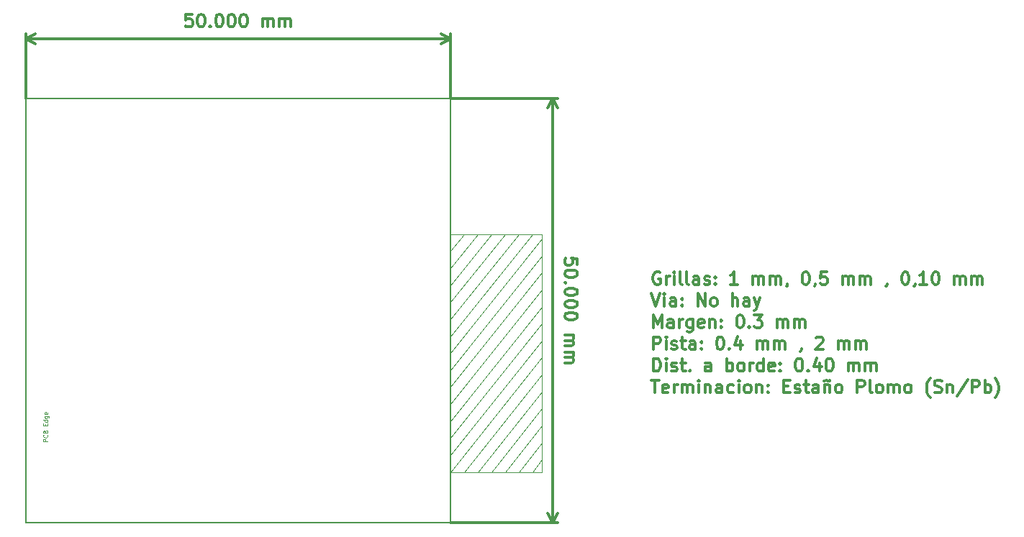
<source format=gbr>
G04 #@! TF.GenerationSoftware,KiCad,Pcbnew,5.0.0-fee4fd1~66~ubuntu18.04.1*
G04 #@! TF.CreationDate,2018-11-12T17:48:12-03:00*
G04 #@! TF.ProjectId,pcbAlarma,706362416C61726D612E6B696361645F,1.1*
G04 #@! TF.SameCoordinates,Original*
G04 #@! TF.FileFunction,Drawing*
%FSLAX46Y46*%
G04 Gerber Fmt 4.6, Leading zero omitted, Abs format (unit mm)*
G04 Created by KiCad (PCBNEW 5.0.0-fee4fd1~66~ubuntu18.04.1) date Mon Nov 12 17:48:12 2018*
%MOMM*%
%LPD*%
G01*
G04 APERTURE LIST*
%ADD10C,0.300000*%
%ADD11C,0.150000*%
%ADD12C,0.100000*%
%ADD13C,0.080000*%
G04 APERTURE END LIST*
D10*
X229121428Y-84171428D02*
X229121428Y-83457142D01*
X228407142Y-83385714D01*
X228478571Y-83457142D01*
X228550000Y-83600000D01*
X228550000Y-83957142D01*
X228478571Y-84100000D01*
X228407142Y-84171428D01*
X228264285Y-84242857D01*
X227907142Y-84242857D01*
X227764285Y-84171428D01*
X227692857Y-84100000D01*
X227621428Y-83957142D01*
X227621428Y-83600000D01*
X227692857Y-83457142D01*
X227764285Y-83385714D01*
X229121428Y-85171428D02*
X229121428Y-85314285D01*
X229050000Y-85457142D01*
X228978571Y-85528571D01*
X228835714Y-85600000D01*
X228550000Y-85671428D01*
X228192857Y-85671428D01*
X227907142Y-85600000D01*
X227764285Y-85528571D01*
X227692857Y-85457142D01*
X227621428Y-85314285D01*
X227621428Y-85171428D01*
X227692857Y-85028571D01*
X227764285Y-84957142D01*
X227907142Y-84885714D01*
X228192857Y-84814285D01*
X228550000Y-84814285D01*
X228835714Y-84885714D01*
X228978571Y-84957142D01*
X229050000Y-85028571D01*
X229121428Y-85171428D01*
X227764285Y-86314285D02*
X227692857Y-86385714D01*
X227621428Y-86314285D01*
X227692857Y-86242857D01*
X227764285Y-86314285D01*
X227621428Y-86314285D01*
X229121428Y-87314285D02*
X229121428Y-87457142D01*
X229050000Y-87600000D01*
X228978571Y-87671428D01*
X228835714Y-87742857D01*
X228550000Y-87814285D01*
X228192857Y-87814285D01*
X227907142Y-87742857D01*
X227764285Y-87671428D01*
X227692857Y-87600000D01*
X227621428Y-87457142D01*
X227621428Y-87314285D01*
X227692857Y-87171428D01*
X227764285Y-87100000D01*
X227907142Y-87028571D01*
X228192857Y-86957142D01*
X228550000Y-86957142D01*
X228835714Y-87028571D01*
X228978571Y-87100000D01*
X229050000Y-87171428D01*
X229121428Y-87314285D01*
X229121428Y-88742857D02*
X229121428Y-88885714D01*
X229050000Y-89028571D01*
X228978571Y-89100000D01*
X228835714Y-89171428D01*
X228550000Y-89242857D01*
X228192857Y-89242857D01*
X227907142Y-89171428D01*
X227764285Y-89100000D01*
X227692857Y-89028571D01*
X227621428Y-88885714D01*
X227621428Y-88742857D01*
X227692857Y-88600000D01*
X227764285Y-88528571D01*
X227907142Y-88457142D01*
X228192857Y-88385714D01*
X228550000Y-88385714D01*
X228835714Y-88457142D01*
X228978571Y-88528571D01*
X229050000Y-88600000D01*
X229121428Y-88742857D01*
X229121428Y-90171428D02*
X229121428Y-90314285D01*
X229050000Y-90457142D01*
X228978571Y-90528571D01*
X228835714Y-90600000D01*
X228550000Y-90671428D01*
X228192857Y-90671428D01*
X227907142Y-90600000D01*
X227764285Y-90528571D01*
X227692857Y-90457142D01*
X227621428Y-90314285D01*
X227621428Y-90171428D01*
X227692857Y-90028571D01*
X227764285Y-89957142D01*
X227907142Y-89885714D01*
X228192857Y-89814285D01*
X228550000Y-89814285D01*
X228835714Y-89885714D01*
X228978571Y-89957142D01*
X229050000Y-90028571D01*
X229121428Y-90171428D01*
X227621428Y-92457142D02*
X228621428Y-92457142D01*
X228478571Y-92457142D02*
X228550000Y-92528571D01*
X228621428Y-92671428D01*
X228621428Y-92885714D01*
X228550000Y-93028571D01*
X228407142Y-93100000D01*
X227621428Y-93100000D01*
X228407142Y-93100000D02*
X228550000Y-93171428D01*
X228621428Y-93314285D01*
X228621428Y-93528571D01*
X228550000Y-93671428D01*
X228407142Y-93742857D01*
X227621428Y-93742857D01*
X227621428Y-94457142D02*
X228621428Y-94457142D01*
X228478571Y-94457142D02*
X228550000Y-94528571D01*
X228621428Y-94671428D01*
X228621428Y-94885714D01*
X228550000Y-95028571D01*
X228407142Y-95100000D01*
X227621428Y-95100000D01*
X228407142Y-95100000D02*
X228550000Y-95171428D01*
X228621428Y-95314285D01*
X228621428Y-95528571D01*
X228550000Y-95671428D01*
X228407142Y-95742857D01*
X227621428Y-95742857D01*
X226200000Y-64600000D02*
X226200000Y-114600000D01*
X214200000Y-64600000D02*
X226786421Y-64600000D01*
X214200000Y-114600000D02*
X226786421Y-114600000D01*
X226200000Y-114600000D02*
X225613579Y-113473496D01*
X226200000Y-114600000D02*
X226786421Y-113473496D01*
X226200000Y-64600000D02*
X225613579Y-65726504D01*
X226200000Y-64600000D02*
X226786421Y-65726504D01*
X183771428Y-54678571D02*
X183057142Y-54678571D01*
X182985714Y-55392857D01*
X183057142Y-55321428D01*
X183200000Y-55250000D01*
X183557142Y-55250000D01*
X183700000Y-55321428D01*
X183771428Y-55392857D01*
X183842857Y-55535714D01*
X183842857Y-55892857D01*
X183771428Y-56035714D01*
X183700000Y-56107142D01*
X183557142Y-56178571D01*
X183200000Y-56178571D01*
X183057142Y-56107142D01*
X182985714Y-56035714D01*
X184771428Y-54678571D02*
X184914285Y-54678571D01*
X185057142Y-54750000D01*
X185128571Y-54821428D01*
X185200000Y-54964285D01*
X185271428Y-55250000D01*
X185271428Y-55607142D01*
X185200000Y-55892857D01*
X185128571Y-56035714D01*
X185057142Y-56107142D01*
X184914285Y-56178571D01*
X184771428Y-56178571D01*
X184628571Y-56107142D01*
X184557142Y-56035714D01*
X184485714Y-55892857D01*
X184414285Y-55607142D01*
X184414285Y-55250000D01*
X184485714Y-54964285D01*
X184557142Y-54821428D01*
X184628571Y-54750000D01*
X184771428Y-54678571D01*
X185914285Y-56035714D02*
X185985714Y-56107142D01*
X185914285Y-56178571D01*
X185842857Y-56107142D01*
X185914285Y-56035714D01*
X185914285Y-56178571D01*
X186914285Y-54678571D02*
X187057142Y-54678571D01*
X187200000Y-54750000D01*
X187271428Y-54821428D01*
X187342857Y-54964285D01*
X187414285Y-55250000D01*
X187414285Y-55607142D01*
X187342857Y-55892857D01*
X187271428Y-56035714D01*
X187200000Y-56107142D01*
X187057142Y-56178571D01*
X186914285Y-56178571D01*
X186771428Y-56107142D01*
X186700000Y-56035714D01*
X186628571Y-55892857D01*
X186557142Y-55607142D01*
X186557142Y-55250000D01*
X186628571Y-54964285D01*
X186700000Y-54821428D01*
X186771428Y-54750000D01*
X186914285Y-54678571D01*
X188342857Y-54678571D02*
X188485714Y-54678571D01*
X188628571Y-54750000D01*
X188700000Y-54821428D01*
X188771428Y-54964285D01*
X188842857Y-55250000D01*
X188842857Y-55607142D01*
X188771428Y-55892857D01*
X188700000Y-56035714D01*
X188628571Y-56107142D01*
X188485714Y-56178571D01*
X188342857Y-56178571D01*
X188200000Y-56107142D01*
X188128571Y-56035714D01*
X188057142Y-55892857D01*
X187985714Y-55607142D01*
X187985714Y-55250000D01*
X188057142Y-54964285D01*
X188128571Y-54821428D01*
X188200000Y-54750000D01*
X188342857Y-54678571D01*
X189771428Y-54678571D02*
X189914285Y-54678571D01*
X190057142Y-54750000D01*
X190128571Y-54821428D01*
X190200000Y-54964285D01*
X190271428Y-55250000D01*
X190271428Y-55607142D01*
X190200000Y-55892857D01*
X190128571Y-56035714D01*
X190057142Y-56107142D01*
X189914285Y-56178571D01*
X189771428Y-56178571D01*
X189628571Y-56107142D01*
X189557142Y-56035714D01*
X189485714Y-55892857D01*
X189414285Y-55607142D01*
X189414285Y-55250000D01*
X189485714Y-54964285D01*
X189557142Y-54821428D01*
X189628571Y-54750000D01*
X189771428Y-54678571D01*
X192057142Y-56178571D02*
X192057142Y-55178571D01*
X192057142Y-55321428D02*
X192128571Y-55250000D01*
X192271428Y-55178571D01*
X192485714Y-55178571D01*
X192628571Y-55250000D01*
X192700000Y-55392857D01*
X192700000Y-56178571D01*
X192700000Y-55392857D02*
X192771428Y-55250000D01*
X192914285Y-55178571D01*
X193128571Y-55178571D01*
X193271428Y-55250000D01*
X193342857Y-55392857D01*
X193342857Y-56178571D01*
X194057142Y-56178571D02*
X194057142Y-55178571D01*
X194057142Y-55321428D02*
X194128571Y-55250000D01*
X194271428Y-55178571D01*
X194485714Y-55178571D01*
X194628571Y-55250000D01*
X194700000Y-55392857D01*
X194700000Y-56178571D01*
X194700000Y-55392857D02*
X194771428Y-55250000D01*
X194914285Y-55178571D01*
X195128571Y-55178571D01*
X195271428Y-55250000D01*
X195342857Y-55392857D01*
X195342857Y-56178571D01*
X164200000Y-57600000D02*
X214200000Y-57600000D01*
X164200000Y-64600000D02*
X164200000Y-57013579D01*
X214200000Y-64600000D02*
X214200000Y-57013579D01*
X214200000Y-57600000D02*
X213073496Y-58186421D01*
X214200000Y-57600000D02*
X213073496Y-57013579D01*
X164200000Y-57600000D02*
X165326504Y-58186421D01*
X164200000Y-57600000D02*
X165326504Y-57013579D01*
D11*
X164200000Y-64600000D02*
X164200000Y-114600000D01*
X214200000Y-64600000D02*
X164200000Y-64600000D01*
X214200000Y-114600000D02*
X214200000Y-64600000D01*
X164200000Y-114600000D02*
X214200000Y-114600000D01*
D10*
X238837857Y-85100000D02*
X238695000Y-85028571D01*
X238480714Y-85028571D01*
X238266428Y-85100000D01*
X238123571Y-85242857D01*
X238052142Y-85385714D01*
X237980714Y-85671428D01*
X237980714Y-85885714D01*
X238052142Y-86171428D01*
X238123571Y-86314285D01*
X238266428Y-86457142D01*
X238480714Y-86528571D01*
X238623571Y-86528571D01*
X238837857Y-86457142D01*
X238909285Y-86385714D01*
X238909285Y-85885714D01*
X238623571Y-85885714D01*
X239552142Y-86528571D02*
X239552142Y-85528571D01*
X239552142Y-85814285D02*
X239623571Y-85671428D01*
X239695000Y-85600000D01*
X239837857Y-85528571D01*
X239980714Y-85528571D01*
X240480714Y-86528571D02*
X240480714Y-85528571D01*
X240480714Y-85028571D02*
X240409285Y-85100000D01*
X240480714Y-85171428D01*
X240552142Y-85100000D01*
X240480714Y-85028571D01*
X240480714Y-85171428D01*
X241409285Y-86528571D02*
X241266428Y-86457142D01*
X241195000Y-86314285D01*
X241195000Y-85028571D01*
X242195000Y-86528571D02*
X242052142Y-86457142D01*
X241980714Y-86314285D01*
X241980714Y-85028571D01*
X243409285Y-86528571D02*
X243409285Y-85742857D01*
X243337857Y-85600000D01*
X243195000Y-85528571D01*
X242909285Y-85528571D01*
X242766428Y-85600000D01*
X243409285Y-86457142D02*
X243266428Y-86528571D01*
X242909285Y-86528571D01*
X242766428Y-86457142D01*
X242695000Y-86314285D01*
X242695000Y-86171428D01*
X242766428Y-86028571D01*
X242909285Y-85957142D01*
X243266428Y-85957142D01*
X243409285Y-85885714D01*
X244052142Y-86457142D02*
X244195000Y-86528571D01*
X244480714Y-86528571D01*
X244623571Y-86457142D01*
X244695000Y-86314285D01*
X244695000Y-86242857D01*
X244623571Y-86100000D01*
X244480714Y-86028571D01*
X244266428Y-86028571D01*
X244123571Y-85957142D01*
X244052142Y-85814285D01*
X244052142Y-85742857D01*
X244123571Y-85600000D01*
X244266428Y-85528571D01*
X244480714Y-85528571D01*
X244623571Y-85600000D01*
X245337857Y-86385714D02*
X245409285Y-86457142D01*
X245337857Y-86528571D01*
X245266428Y-86457142D01*
X245337857Y-86385714D01*
X245337857Y-86528571D01*
X245337857Y-85600000D02*
X245409285Y-85671428D01*
X245337857Y-85742857D01*
X245266428Y-85671428D01*
X245337857Y-85600000D01*
X245337857Y-85742857D01*
X247980714Y-86528571D02*
X247123571Y-86528571D01*
X247552142Y-86528571D02*
X247552142Y-85028571D01*
X247409285Y-85242857D01*
X247266428Y-85385714D01*
X247123571Y-85457142D01*
X249766428Y-86528571D02*
X249766428Y-85528571D01*
X249766428Y-85671428D02*
X249837857Y-85600000D01*
X249980714Y-85528571D01*
X250195000Y-85528571D01*
X250337857Y-85600000D01*
X250409285Y-85742857D01*
X250409285Y-86528571D01*
X250409285Y-85742857D02*
X250480714Y-85600000D01*
X250623571Y-85528571D01*
X250837857Y-85528571D01*
X250980714Y-85600000D01*
X251052142Y-85742857D01*
X251052142Y-86528571D01*
X251766428Y-86528571D02*
X251766428Y-85528571D01*
X251766428Y-85671428D02*
X251837857Y-85600000D01*
X251980714Y-85528571D01*
X252195000Y-85528571D01*
X252337857Y-85600000D01*
X252409285Y-85742857D01*
X252409285Y-86528571D01*
X252409285Y-85742857D02*
X252480714Y-85600000D01*
X252623571Y-85528571D01*
X252837857Y-85528571D01*
X252980714Y-85600000D01*
X253052142Y-85742857D01*
X253052142Y-86528571D01*
X253837857Y-86457142D02*
X253837857Y-86528571D01*
X253766428Y-86671428D01*
X253695000Y-86742857D01*
X255909285Y-85028571D02*
X256052142Y-85028571D01*
X256195000Y-85100000D01*
X256266428Y-85171428D01*
X256337857Y-85314285D01*
X256409285Y-85600000D01*
X256409285Y-85957142D01*
X256337857Y-86242857D01*
X256266428Y-86385714D01*
X256195000Y-86457142D01*
X256052142Y-86528571D01*
X255909285Y-86528571D01*
X255766428Y-86457142D01*
X255695000Y-86385714D01*
X255623571Y-86242857D01*
X255552142Y-85957142D01*
X255552142Y-85600000D01*
X255623571Y-85314285D01*
X255695000Y-85171428D01*
X255766428Y-85100000D01*
X255909285Y-85028571D01*
X257123571Y-86457142D02*
X257123571Y-86528571D01*
X257052142Y-86671428D01*
X256980714Y-86742857D01*
X258480714Y-85028571D02*
X257766428Y-85028571D01*
X257695000Y-85742857D01*
X257766428Y-85671428D01*
X257909285Y-85600000D01*
X258266428Y-85600000D01*
X258409285Y-85671428D01*
X258480714Y-85742857D01*
X258552142Y-85885714D01*
X258552142Y-86242857D01*
X258480714Y-86385714D01*
X258409285Y-86457142D01*
X258266428Y-86528571D01*
X257909285Y-86528571D01*
X257766428Y-86457142D01*
X257695000Y-86385714D01*
X260337857Y-86528571D02*
X260337857Y-85528571D01*
X260337857Y-85671428D02*
X260409285Y-85600000D01*
X260552142Y-85528571D01*
X260766428Y-85528571D01*
X260909285Y-85600000D01*
X260980714Y-85742857D01*
X260980714Y-86528571D01*
X260980714Y-85742857D02*
X261052142Y-85600000D01*
X261195000Y-85528571D01*
X261409285Y-85528571D01*
X261552142Y-85600000D01*
X261623571Y-85742857D01*
X261623571Y-86528571D01*
X262337857Y-86528571D02*
X262337857Y-85528571D01*
X262337857Y-85671428D02*
X262409285Y-85600000D01*
X262552142Y-85528571D01*
X262766428Y-85528571D01*
X262909285Y-85600000D01*
X262980714Y-85742857D01*
X262980714Y-86528571D01*
X262980714Y-85742857D02*
X263052142Y-85600000D01*
X263195000Y-85528571D01*
X263409285Y-85528571D01*
X263552142Y-85600000D01*
X263623571Y-85742857D01*
X263623571Y-86528571D01*
X265552142Y-86457142D02*
X265552142Y-86528571D01*
X265480714Y-86671428D01*
X265409285Y-86742857D01*
X267623571Y-85028571D02*
X267766428Y-85028571D01*
X267909285Y-85100000D01*
X267980714Y-85171428D01*
X268052142Y-85314285D01*
X268123571Y-85600000D01*
X268123571Y-85957142D01*
X268052142Y-86242857D01*
X267980714Y-86385714D01*
X267909285Y-86457142D01*
X267766428Y-86528571D01*
X267623571Y-86528571D01*
X267480714Y-86457142D01*
X267409285Y-86385714D01*
X267337857Y-86242857D01*
X267266428Y-85957142D01*
X267266428Y-85600000D01*
X267337857Y-85314285D01*
X267409285Y-85171428D01*
X267480714Y-85100000D01*
X267623571Y-85028571D01*
X268837857Y-86457142D02*
X268837857Y-86528571D01*
X268766428Y-86671428D01*
X268695000Y-86742857D01*
X270266428Y-86528571D02*
X269409285Y-86528571D01*
X269837857Y-86528571D02*
X269837857Y-85028571D01*
X269695000Y-85242857D01*
X269552142Y-85385714D01*
X269409285Y-85457142D01*
X271195000Y-85028571D02*
X271337857Y-85028571D01*
X271480714Y-85100000D01*
X271552142Y-85171428D01*
X271623571Y-85314285D01*
X271695000Y-85600000D01*
X271695000Y-85957142D01*
X271623571Y-86242857D01*
X271552142Y-86385714D01*
X271480714Y-86457142D01*
X271337857Y-86528571D01*
X271195000Y-86528571D01*
X271052142Y-86457142D01*
X270980714Y-86385714D01*
X270909285Y-86242857D01*
X270837857Y-85957142D01*
X270837857Y-85600000D01*
X270909285Y-85314285D01*
X270980714Y-85171428D01*
X271052142Y-85100000D01*
X271195000Y-85028571D01*
X273480714Y-86528571D02*
X273480714Y-85528571D01*
X273480714Y-85671428D02*
X273552142Y-85600000D01*
X273695000Y-85528571D01*
X273909285Y-85528571D01*
X274052142Y-85600000D01*
X274123571Y-85742857D01*
X274123571Y-86528571D01*
X274123571Y-85742857D02*
X274195000Y-85600000D01*
X274337857Y-85528571D01*
X274552142Y-85528571D01*
X274695000Y-85600000D01*
X274766428Y-85742857D01*
X274766428Y-86528571D01*
X275480714Y-86528571D02*
X275480714Y-85528571D01*
X275480714Y-85671428D02*
X275552142Y-85600000D01*
X275695000Y-85528571D01*
X275909285Y-85528571D01*
X276052142Y-85600000D01*
X276123571Y-85742857D01*
X276123571Y-86528571D01*
X276123571Y-85742857D02*
X276195000Y-85600000D01*
X276337857Y-85528571D01*
X276552142Y-85528571D01*
X276695000Y-85600000D01*
X276766428Y-85742857D01*
X276766428Y-86528571D01*
X237837857Y-87578571D02*
X238337857Y-89078571D01*
X238837857Y-87578571D01*
X239337857Y-89078571D02*
X239337857Y-88078571D01*
X239337857Y-87578571D02*
X239266428Y-87650000D01*
X239337857Y-87721428D01*
X239409285Y-87650000D01*
X239337857Y-87578571D01*
X239337857Y-87721428D01*
X240695000Y-89078571D02*
X240695000Y-88292857D01*
X240623571Y-88150000D01*
X240480714Y-88078571D01*
X240195000Y-88078571D01*
X240052142Y-88150000D01*
X240695000Y-89007142D02*
X240552142Y-89078571D01*
X240195000Y-89078571D01*
X240052142Y-89007142D01*
X239980714Y-88864285D01*
X239980714Y-88721428D01*
X240052142Y-88578571D01*
X240195000Y-88507142D01*
X240552142Y-88507142D01*
X240695000Y-88435714D01*
X241409285Y-88935714D02*
X241480714Y-89007142D01*
X241409285Y-89078571D01*
X241337857Y-89007142D01*
X241409285Y-88935714D01*
X241409285Y-89078571D01*
X241409285Y-88150000D02*
X241480714Y-88221428D01*
X241409285Y-88292857D01*
X241337857Y-88221428D01*
X241409285Y-88150000D01*
X241409285Y-88292857D01*
X243266428Y-89078571D02*
X243266428Y-87578571D01*
X244123571Y-89078571D01*
X244123571Y-87578571D01*
X245052142Y-89078571D02*
X244909285Y-89007142D01*
X244837857Y-88935714D01*
X244766428Y-88792857D01*
X244766428Y-88364285D01*
X244837857Y-88221428D01*
X244909285Y-88150000D01*
X245052142Y-88078571D01*
X245266428Y-88078571D01*
X245409285Y-88150000D01*
X245480714Y-88221428D01*
X245552142Y-88364285D01*
X245552142Y-88792857D01*
X245480714Y-88935714D01*
X245409285Y-89007142D01*
X245266428Y-89078571D01*
X245052142Y-89078571D01*
X247337857Y-89078571D02*
X247337857Y-87578571D01*
X247980714Y-89078571D02*
X247980714Y-88292857D01*
X247909285Y-88150000D01*
X247766428Y-88078571D01*
X247552142Y-88078571D01*
X247409285Y-88150000D01*
X247337857Y-88221428D01*
X249337857Y-89078571D02*
X249337857Y-88292857D01*
X249266428Y-88150000D01*
X249123571Y-88078571D01*
X248837857Y-88078571D01*
X248695000Y-88150000D01*
X249337857Y-89007142D02*
X249195000Y-89078571D01*
X248837857Y-89078571D01*
X248695000Y-89007142D01*
X248623571Y-88864285D01*
X248623571Y-88721428D01*
X248695000Y-88578571D01*
X248837857Y-88507142D01*
X249195000Y-88507142D01*
X249337857Y-88435714D01*
X249909285Y-88078571D02*
X250266428Y-89078571D01*
X250623571Y-88078571D02*
X250266428Y-89078571D01*
X250123571Y-89435714D01*
X250052142Y-89507142D01*
X249909285Y-89578571D01*
X238052142Y-91628571D02*
X238052142Y-90128571D01*
X238552142Y-91200000D01*
X239052142Y-90128571D01*
X239052142Y-91628571D01*
X240409285Y-91628571D02*
X240409285Y-90842857D01*
X240337857Y-90700000D01*
X240195000Y-90628571D01*
X239909285Y-90628571D01*
X239766428Y-90700000D01*
X240409285Y-91557142D02*
X240266428Y-91628571D01*
X239909285Y-91628571D01*
X239766428Y-91557142D01*
X239695000Y-91414285D01*
X239695000Y-91271428D01*
X239766428Y-91128571D01*
X239909285Y-91057142D01*
X240266428Y-91057142D01*
X240409285Y-90985714D01*
X241123571Y-91628571D02*
X241123571Y-90628571D01*
X241123571Y-90914285D02*
X241195000Y-90771428D01*
X241266428Y-90700000D01*
X241409285Y-90628571D01*
X241552142Y-90628571D01*
X242695000Y-90628571D02*
X242695000Y-91842857D01*
X242623571Y-91985714D01*
X242552142Y-92057142D01*
X242409285Y-92128571D01*
X242195000Y-92128571D01*
X242052142Y-92057142D01*
X242695000Y-91557142D02*
X242552142Y-91628571D01*
X242266428Y-91628571D01*
X242123571Y-91557142D01*
X242052142Y-91485714D01*
X241980714Y-91342857D01*
X241980714Y-90914285D01*
X242052142Y-90771428D01*
X242123571Y-90700000D01*
X242266428Y-90628571D01*
X242552142Y-90628571D01*
X242695000Y-90700000D01*
X243980714Y-91557142D02*
X243837857Y-91628571D01*
X243552142Y-91628571D01*
X243409285Y-91557142D01*
X243337857Y-91414285D01*
X243337857Y-90842857D01*
X243409285Y-90700000D01*
X243552142Y-90628571D01*
X243837857Y-90628571D01*
X243980714Y-90700000D01*
X244052142Y-90842857D01*
X244052142Y-90985714D01*
X243337857Y-91128571D01*
X244695000Y-90628571D02*
X244695000Y-91628571D01*
X244695000Y-90771428D02*
X244766428Y-90700000D01*
X244909285Y-90628571D01*
X245123571Y-90628571D01*
X245266428Y-90700000D01*
X245337857Y-90842857D01*
X245337857Y-91628571D01*
X246052142Y-91485714D02*
X246123571Y-91557142D01*
X246052142Y-91628571D01*
X245980714Y-91557142D01*
X246052142Y-91485714D01*
X246052142Y-91628571D01*
X246052142Y-90700000D02*
X246123571Y-90771428D01*
X246052142Y-90842857D01*
X245980714Y-90771428D01*
X246052142Y-90700000D01*
X246052142Y-90842857D01*
X248195000Y-90128571D02*
X248337857Y-90128571D01*
X248480714Y-90200000D01*
X248552142Y-90271428D01*
X248623571Y-90414285D01*
X248695000Y-90700000D01*
X248695000Y-91057142D01*
X248623571Y-91342857D01*
X248552142Y-91485714D01*
X248480714Y-91557142D01*
X248337857Y-91628571D01*
X248195000Y-91628571D01*
X248052142Y-91557142D01*
X247980714Y-91485714D01*
X247909285Y-91342857D01*
X247837857Y-91057142D01*
X247837857Y-90700000D01*
X247909285Y-90414285D01*
X247980714Y-90271428D01*
X248052142Y-90200000D01*
X248195000Y-90128571D01*
X249337857Y-91485714D02*
X249409285Y-91557142D01*
X249337857Y-91628571D01*
X249266428Y-91557142D01*
X249337857Y-91485714D01*
X249337857Y-91628571D01*
X249909285Y-90128571D02*
X250837857Y-90128571D01*
X250337857Y-90700000D01*
X250552142Y-90700000D01*
X250695000Y-90771428D01*
X250766428Y-90842857D01*
X250837857Y-90985714D01*
X250837857Y-91342857D01*
X250766428Y-91485714D01*
X250695000Y-91557142D01*
X250552142Y-91628571D01*
X250123571Y-91628571D01*
X249980714Y-91557142D01*
X249909285Y-91485714D01*
X252623571Y-91628571D02*
X252623571Y-90628571D01*
X252623571Y-90771428D02*
X252695000Y-90700000D01*
X252837857Y-90628571D01*
X253052142Y-90628571D01*
X253195000Y-90700000D01*
X253266428Y-90842857D01*
X253266428Y-91628571D01*
X253266428Y-90842857D02*
X253337857Y-90700000D01*
X253480714Y-90628571D01*
X253695000Y-90628571D01*
X253837857Y-90700000D01*
X253909285Y-90842857D01*
X253909285Y-91628571D01*
X254623571Y-91628571D02*
X254623571Y-90628571D01*
X254623571Y-90771428D02*
X254695000Y-90700000D01*
X254837857Y-90628571D01*
X255052142Y-90628571D01*
X255195000Y-90700000D01*
X255266428Y-90842857D01*
X255266428Y-91628571D01*
X255266428Y-90842857D02*
X255337857Y-90700000D01*
X255480714Y-90628571D01*
X255695000Y-90628571D01*
X255837857Y-90700000D01*
X255909285Y-90842857D01*
X255909285Y-91628571D01*
X238052142Y-94178571D02*
X238052142Y-92678571D01*
X238623571Y-92678571D01*
X238766428Y-92750000D01*
X238837857Y-92821428D01*
X238909285Y-92964285D01*
X238909285Y-93178571D01*
X238837857Y-93321428D01*
X238766428Y-93392857D01*
X238623571Y-93464285D01*
X238052142Y-93464285D01*
X239552142Y-94178571D02*
X239552142Y-93178571D01*
X239552142Y-92678571D02*
X239480714Y-92750000D01*
X239552142Y-92821428D01*
X239623571Y-92750000D01*
X239552142Y-92678571D01*
X239552142Y-92821428D01*
X240195000Y-94107142D02*
X240337857Y-94178571D01*
X240623571Y-94178571D01*
X240766428Y-94107142D01*
X240837857Y-93964285D01*
X240837857Y-93892857D01*
X240766428Y-93750000D01*
X240623571Y-93678571D01*
X240409285Y-93678571D01*
X240266428Y-93607142D01*
X240195000Y-93464285D01*
X240195000Y-93392857D01*
X240266428Y-93250000D01*
X240409285Y-93178571D01*
X240623571Y-93178571D01*
X240766428Y-93250000D01*
X241266428Y-93178571D02*
X241837857Y-93178571D01*
X241480714Y-92678571D02*
X241480714Y-93964285D01*
X241552142Y-94107142D01*
X241695000Y-94178571D01*
X241837857Y-94178571D01*
X242980714Y-94178571D02*
X242980714Y-93392857D01*
X242909285Y-93250000D01*
X242766428Y-93178571D01*
X242480714Y-93178571D01*
X242337857Y-93250000D01*
X242980714Y-94107142D02*
X242837857Y-94178571D01*
X242480714Y-94178571D01*
X242337857Y-94107142D01*
X242266428Y-93964285D01*
X242266428Y-93821428D01*
X242337857Y-93678571D01*
X242480714Y-93607142D01*
X242837857Y-93607142D01*
X242980714Y-93535714D01*
X243695000Y-94035714D02*
X243766428Y-94107142D01*
X243695000Y-94178571D01*
X243623571Y-94107142D01*
X243695000Y-94035714D01*
X243695000Y-94178571D01*
X243695000Y-93250000D02*
X243766428Y-93321428D01*
X243695000Y-93392857D01*
X243623571Y-93321428D01*
X243695000Y-93250000D01*
X243695000Y-93392857D01*
X245837857Y-92678571D02*
X245980714Y-92678571D01*
X246123571Y-92750000D01*
X246195000Y-92821428D01*
X246266428Y-92964285D01*
X246337857Y-93250000D01*
X246337857Y-93607142D01*
X246266428Y-93892857D01*
X246195000Y-94035714D01*
X246123571Y-94107142D01*
X245980714Y-94178571D01*
X245837857Y-94178571D01*
X245695000Y-94107142D01*
X245623571Y-94035714D01*
X245552142Y-93892857D01*
X245480714Y-93607142D01*
X245480714Y-93250000D01*
X245552142Y-92964285D01*
X245623571Y-92821428D01*
X245695000Y-92750000D01*
X245837857Y-92678571D01*
X246980714Y-94035714D02*
X247052142Y-94107142D01*
X246980714Y-94178571D01*
X246909285Y-94107142D01*
X246980714Y-94035714D01*
X246980714Y-94178571D01*
X248337857Y-93178571D02*
X248337857Y-94178571D01*
X247980714Y-92607142D02*
X247623571Y-93678571D01*
X248552142Y-93678571D01*
X250266428Y-94178571D02*
X250266428Y-93178571D01*
X250266428Y-93321428D02*
X250337857Y-93250000D01*
X250480714Y-93178571D01*
X250695000Y-93178571D01*
X250837857Y-93250000D01*
X250909285Y-93392857D01*
X250909285Y-94178571D01*
X250909285Y-93392857D02*
X250980714Y-93250000D01*
X251123571Y-93178571D01*
X251337857Y-93178571D01*
X251480714Y-93250000D01*
X251552142Y-93392857D01*
X251552142Y-94178571D01*
X252266428Y-94178571D02*
X252266428Y-93178571D01*
X252266428Y-93321428D02*
X252337857Y-93250000D01*
X252480714Y-93178571D01*
X252695000Y-93178571D01*
X252837857Y-93250000D01*
X252909285Y-93392857D01*
X252909285Y-94178571D01*
X252909285Y-93392857D02*
X252980714Y-93250000D01*
X253123571Y-93178571D01*
X253337857Y-93178571D01*
X253480714Y-93250000D01*
X253552142Y-93392857D01*
X253552142Y-94178571D01*
X255480714Y-94107142D02*
X255480714Y-94178571D01*
X255409285Y-94321428D01*
X255337857Y-94392857D01*
X257195000Y-92821428D02*
X257266428Y-92750000D01*
X257409285Y-92678571D01*
X257766428Y-92678571D01*
X257909285Y-92750000D01*
X257980714Y-92821428D01*
X258052142Y-92964285D01*
X258052142Y-93107142D01*
X257980714Y-93321428D01*
X257123571Y-94178571D01*
X258052142Y-94178571D01*
X259837857Y-94178571D02*
X259837857Y-93178571D01*
X259837857Y-93321428D02*
X259909285Y-93250000D01*
X260052142Y-93178571D01*
X260266428Y-93178571D01*
X260409285Y-93250000D01*
X260480714Y-93392857D01*
X260480714Y-94178571D01*
X260480714Y-93392857D02*
X260552142Y-93250000D01*
X260695000Y-93178571D01*
X260909285Y-93178571D01*
X261052142Y-93250000D01*
X261123571Y-93392857D01*
X261123571Y-94178571D01*
X261837857Y-94178571D02*
X261837857Y-93178571D01*
X261837857Y-93321428D02*
X261909285Y-93250000D01*
X262052142Y-93178571D01*
X262266428Y-93178571D01*
X262409285Y-93250000D01*
X262480714Y-93392857D01*
X262480714Y-94178571D01*
X262480714Y-93392857D02*
X262552142Y-93250000D01*
X262695000Y-93178571D01*
X262909285Y-93178571D01*
X263052142Y-93250000D01*
X263123571Y-93392857D01*
X263123571Y-94178571D01*
X238052142Y-96728571D02*
X238052142Y-95228571D01*
X238409285Y-95228571D01*
X238623571Y-95300000D01*
X238766428Y-95442857D01*
X238837857Y-95585714D01*
X238909285Y-95871428D01*
X238909285Y-96085714D01*
X238837857Y-96371428D01*
X238766428Y-96514285D01*
X238623571Y-96657142D01*
X238409285Y-96728571D01*
X238052142Y-96728571D01*
X239552142Y-96728571D02*
X239552142Y-95728571D01*
X239552142Y-95228571D02*
X239480714Y-95300000D01*
X239552142Y-95371428D01*
X239623571Y-95300000D01*
X239552142Y-95228571D01*
X239552142Y-95371428D01*
X240195000Y-96657142D02*
X240337857Y-96728571D01*
X240623571Y-96728571D01*
X240766428Y-96657142D01*
X240837857Y-96514285D01*
X240837857Y-96442857D01*
X240766428Y-96300000D01*
X240623571Y-96228571D01*
X240409285Y-96228571D01*
X240266428Y-96157142D01*
X240195000Y-96014285D01*
X240195000Y-95942857D01*
X240266428Y-95800000D01*
X240409285Y-95728571D01*
X240623571Y-95728571D01*
X240766428Y-95800000D01*
X241266428Y-95728571D02*
X241837857Y-95728571D01*
X241480714Y-95228571D02*
X241480714Y-96514285D01*
X241552142Y-96657142D01*
X241695000Y-96728571D01*
X241837857Y-96728571D01*
X242337857Y-96585714D02*
X242409285Y-96657142D01*
X242337857Y-96728571D01*
X242266428Y-96657142D01*
X242337857Y-96585714D01*
X242337857Y-96728571D01*
X244837857Y-96728571D02*
X244837857Y-95942857D01*
X244766428Y-95800000D01*
X244623571Y-95728571D01*
X244337857Y-95728571D01*
X244195000Y-95800000D01*
X244837857Y-96657142D02*
X244695000Y-96728571D01*
X244337857Y-96728571D01*
X244195000Y-96657142D01*
X244123571Y-96514285D01*
X244123571Y-96371428D01*
X244195000Y-96228571D01*
X244337857Y-96157142D01*
X244695000Y-96157142D01*
X244837857Y-96085714D01*
X246695000Y-96728571D02*
X246695000Y-95228571D01*
X246695000Y-95800000D02*
X246837857Y-95728571D01*
X247123571Y-95728571D01*
X247266428Y-95800000D01*
X247337857Y-95871428D01*
X247409285Y-96014285D01*
X247409285Y-96442857D01*
X247337857Y-96585714D01*
X247266428Y-96657142D01*
X247123571Y-96728571D01*
X246837857Y-96728571D01*
X246695000Y-96657142D01*
X248266428Y-96728571D02*
X248123571Y-96657142D01*
X248052142Y-96585714D01*
X247980714Y-96442857D01*
X247980714Y-96014285D01*
X248052142Y-95871428D01*
X248123571Y-95800000D01*
X248266428Y-95728571D01*
X248480714Y-95728571D01*
X248623571Y-95800000D01*
X248695000Y-95871428D01*
X248766428Y-96014285D01*
X248766428Y-96442857D01*
X248695000Y-96585714D01*
X248623571Y-96657142D01*
X248480714Y-96728571D01*
X248266428Y-96728571D01*
X249409285Y-96728571D02*
X249409285Y-95728571D01*
X249409285Y-96014285D02*
X249480714Y-95871428D01*
X249552142Y-95800000D01*
X249695000Y-95728571D01*
X249837857Y-95728571D01*
X250980714Y-96728571D02*
X250980714Y-95228571D01*
X250980714Y-96657142D02*
X250837857Y-96728571D01*
X250552142Y-96728571D01*
X250409285Y-96657142D01*
X250337857Y-96585714D01*
X250266428Y-96442857D01*
X250266428Y-96014285D01*
X250337857Y-95871428D01*
X250409285Y-95800000D01*
X250552142Y-95728571D01*
X250837857Y-95728571D01*
X250980714Y-95800000D01*
X252266428Y-96657142D02*
X252123571Y-96728571D01*
X251837857Y-96728571D01*
X251695000Y-96657142D01*
X251623571Y-96514285D01*
X251623571Y-95942857D01*
X251695000Y-95800000D01*
X251837857Y-95728571D01*
X252123571Y-95728571D01*
X252266428Y-95800000D01*
X252337857Y-95942857D01*
X252337857Y-96085714D01*
X251623571Y-96228571D01*
X252980714Y-96585714D02*
X253052142Y-96657142D01*
X252980714Y-96728571D01*
X252909285Y-96657142D01*
X252980714Y-96585714D01*
X252980714Y-96728571D01*
X252980714Y-95800000D02*
X253052142Y-95871428D01*
X252980714Y-95942857D01*
X252909285Y-95871428D01*
X252980714Y-95800000D01*
X252980714Y-95942857D01*
X255123571Y-95228571D02*
X255266428Y-95228571D01*
X255409285Y-95300000D01*
X255480714Y-95371428D01*
X255552142Y-95514285D01*
X255623571Y-95800000D01*
X255623571Y-96157142D01*
X255552142Y-96442857D01*
X255480714Y-96585714D01*
X255409285Y-96657142D01*
X255266428Y-96728571D01*
X255123571Y-96728571D01*
X254980714Y-96657142D01*
X254909285Y-96585714D01*
X254837857Y-96442857D01*
X254766428Y-96157142D01*
X254766428Y-95800000D01*
X254837857Y-95514285D01*
X254909285Y-95371428D01*
X254980714Y-95300000D01*
X255123571Y-95228571D01*
X256266428Y-96585714D02*
X256337857Y-96657142D01*
X256266428Y-96728571D01*
X256195000Y-96657142D01*
X256266428Y-96585714D01*
X256266428Y-96728571D01*
X257623571Y-95728571D02*
X257623571Y-96728571D01*
X257266428Y-95157142D02*
X256909285Y-96228571D01*
X257837857Y-96228571D01*
X258695000Y-95228571D02*
X258837857Y-95228571D01*
X258980714Y-95300000D01*
X259052142Y-95371428D01*
X259123571Y-95514285D01*
X259195000Y-95800000D01*
X259195000Y-96157142D01*
X259123571Y-96442857D01*
X259052142Y-96585714D01*
X258980714Y-96657142D01*
X258837857Y-96728571D01*
X258695000Y-96728571D01*
X258552142Y-96657142D01*
X258480714Y-96585714D01*
X258409285Y-96442857D01*
X258337857Y-96157142D01*
X258337857Y-95800000D01*
X258409285Y-95514285D01*
X258480714Y-95371428D01*
X258552142Y-95300000D01*
X258695000Y-95228571D01*
X260980714Y-96728571D02*
X260980714Y-95728571D01*
X260980714Y-95871428D02*
X261052142Y-95800000D01*
X261195000Y-95728571D01*
X261409285Y-95728571D01*
X261552142Y-95800000D01*
X261623571Y-95942857D01*
X261623571Y-96728571D01*
X261623571Y-95942857D02*
X261695000Y-95800000D01*
X261837857Y-95728571D01*
X262052142Y-95728571D01*
X262195000Y-95800000D01*
X262266428Y-95942857D01*
X262266428Y-96728571D01*
X262980714Y-96728571D02*
X262980714Y-95728571D01*
X262980714Y-95871428D02*
X263052142Y-95800000D01*
X263195000Y-95728571D01*
X263409285Y-95728571D01*
X263552142Y-95800000D01*
X263623571Y-95942857D01*
X263623571Y-96728571D01*
X263623571Y-95942857D02*
X263695000Y-95800000D01*
X263837857Y-95728571D01*
X264052142Y-95728571D01*
X264195000Y-95800000D01*
X264266428Y-95942857D01*
X264266428Y-96728571D01*
X237837857Y-97778571D02*
X238695000Y-97778571D01*
X238266428Y-99278571D02*
X238266428Y-97778571D01*
X239766428Y-99207142D02*
X239623571Y-99278571D01*
X239337857Y-99278571D01*
X239195000Y-99207142D01*
X239123571Y-99064285D01*
X239123571Y-98492857D01*
X239195000Y-98350000D01*
X239337857Y-98278571D01*
X239623571Y-98278571D01*
X239766428Y-98350000D01*
X239837857Y-98492857D01*
X239837857Y-98635714D01*
X239123571Y-98778571D01*
X240480714Y-99278571D02*
X240480714Y-98278571D01*
X240480714Y-98564285D02*
X240552142Y-98421428D01*
X240623571Y-98350000D01*
X240766428Y-98278571D01*
X240909285Y-98278571D01*
X241409285Y-99278571D02*
X241409285Y-98278571D01*
X241409285Y-98421428D02*
X241480714Y-98350000D01*
X241623571Y-98278571D01*
X241837857Y-98278571D01*
X241980714Y-98350000D01*
X242052142Y-98492857D01*
X242052142Y-99278571D01*
X242052142Y-98492857D02*
X242123571Y-98350000D01*
X242266428Y-98278571D01*
X242480714Y-98278571D01*
X242623571Y-98350000D01*
X242695000Y-98492857D01*
X242695000Y-99278571D01*
X243409285Y-99278571D02*
X243409285Y-98278571D01*
X243409285Y-97778571D02*
X243337857Y-97850000D01*
X243409285Y-97921428D01*
X243480714Y-97850000D01*
X243409285Y-97778571D01*
X243409285Y-97921428D01*
X244123571Y-98278571D02*
X244123571Y-99278571D01*
X244123571Y-98421428D02*
X244195000Y-98350000D01*
X244337857Y-98278571D01*
X244552142Y-98278571D01*
X244695000Y-98350000D01*
X244766428Y-98492857D01*
X244766428Y-99278571D01*
X246123571Y-99278571D02*
X246123571Y-98492857D01*
X246052142Y-98350000D01*
X245909285Y-98278571D01*
X245623571Y-98278571D01*
X245480714Y-98350000D01*
X246123571Y-99207142D02*
X245980714Y-99278571D01*
X245623571Y-99278571D01*
X245480714Y-99207142D01*
X245409285Y-99064285D01*
X245409285Y-98921428D01*
X245480714Y-98778571D01*
X245623571Y-98707142D01*
X245980714Y-98707142D01*
X246123571Y-98635714D01*
X247480714Y-99207142D02*
X247337857Y-99278571D01*
X247052142Y-99278571D01*
X246909285Y-99207142D01*
X246837857Y-99135714D01*
X246766428Y-98992857D01*
X246766428Y-98564285D01*
X246837857Y-98421428D01*
X246909285Y-98350000D01*
X247052142Y-98278571D01*
X247337857Y-98278571D01*
X247480714Y-98350000D01*
X248123571Y-99278571D02*
X248123571Y-98278571D01*
X248123571Y-97778571D02*
X248052142Y-97850000D01*
X248123571Y-97921428D01*
X248195000Y-97850000D01*
X248123571Y-97778571D01*
X248123571Y-97921428D01*
X249052142Y-99278571D02*
X248909285Y-99207142D01*
X248837857Y-99135714D01*
X248766428Y-98992857D01*
X248766428Y-98564285D01*
X248837857Y-98421428D01*
X248909285Y-98350000D01*
X249052142Y-98278571D01*
X249266428Y-98278571D01*
X249409285Y-98350000D01*
X249480714Y-98421428D01*
X249552142Y-98564285D01*
X249552142Y-98992857D01*
X249480714Y-99135714D01*
X249409285Y-99207142D01*
X249266428Y-99278571D01*
X249052142Y-99278571D01*
X250195000Y-98278571D02*
X250195000Y-99278571D01*
X250195000Y-98421428D02*
X250266428Y-98350000D01*
X250409285Y-98278571D01*
X250623571Y-98278571D01*
X250766428Y-98350000D01*
X250837857Y-98492857D01*
X250837857Y-99278571D01*
X251552142Y-99135714D02*
X251623571Y-99207142D01*
X251552142Y-99278571D01*
X251480714Y-99207142D01*
X251552142Y-99135714D01*
X251552142Y-99278571D01*
X251552142Y-98350000D02*
X251623571Y-98421428D01*
X251552142Y-98492857D01*
X251480714Y-98421428D01*
X251552142Y-98350000D01*
X251552142Y-98492857D01*
X253409285Y-98492857D02*
X253909285Y-98492857D01*
X254123571Y-99278571D02*
X253409285Y-99278571D01*
X253409285Y-97778571D01*
X254123571Y-97778571D01*
X254695000Y-99207142D02*
X254837857Y-99278571D01*
X255123571Y-99278571D01*
X255266428Y-99207142D01*
X255337857Y-99064285D01*
X255337857Y-98992857D01*
X255266428Y-98850000D01*
X255123571Y-98778571D01*
X254909285Y-98778571D01*
X254766428Y-98707142D01*
X254695000Y-98564285D01*
X254695000Y-98492857D01*
X254766428Y-98350000D01*
X254909285Y-98278571D01*
X255123571Y-98278571D01*
X255266428Y-98350000D01*
X255766428Y-98278571D02*
X256337857Y-98278571D01*
X255980714Y-97778571D02*
X255980714Y-99064285D01*
X256052142Y-99207142D01*
X256195000Y-99278571D01*
X256337857Y-99278571D01*
X257480714Y-99278571D02*
X257480714Y-98492857D01*
X257409285Y-98350000D01*
X257266428Y-98278571D01*
X256980714Y-98278571D01*
X256837857Y-98350000D01*
X257480714Y-99207142D02*
X257337857Y-99278571D01*
X256980714Y-99278571D01*
X256837857Y-99207142D01*
X256766428Y-99064285D01*
X256766428Y-98921428D01*
X256837857Y-98778571D01*
X256980714Y-98707142D01*
X257337857Y-98707142D01*
X257480714Y-98635714D01*
X258195000Y-98278571D02*
X258195000Y-99278571D01*
X258195000Y-98421428D02*
X258266428Y-98350000D01*
X258409285Y-98278571D01*
X258623571Y-98278571D01*
X258766428Y-98350000D01*
X258837857Y-98492857D01*
X258837857Y-99278571D01*
X258123571Y-97921428D02*
X258195000Y-97850000D01*
X258337857Y-97778571D01*
X258623571Y-97921428D01*
X258766428Y-97850000D01*
X258837857Y-97778571D01*
X259766428Y-99278571D02*
X259623571Y-99207142D01*
X259552142Y-99135714D01*
X259480714Y-98992857D01*
X259480714Y-98564285D01*
X259552142Y-98421428D01*
X259623571Y-98350000D01*
X259766428Y-98278571D01*
X259980714Y-98278571D01*
X260123571Y-98350000D01*
X260195000Y-98421428D01*
X260266428Y-98564285D01*
X260266428Y-98992857D01*
X260195000Y-99135714D01*
X260123571Y-99207142D01*
X259980714Y-99278571D01*
X259766428Y-99278571D01*
X262052142Y-99278571D02*
X262052142Y-97778571D01*
X262623571Y-97778571D01*
X262766428Y-97850000D01*
X262837857Y-97921428D01*
X262909285Y-98064285D01*
X262909285Y-98278571D01*
X262837857Y-98421428D01*
X262766428Y-98492857D01*
X262623571Y-98564285D01*
X262052142Y-98564285D01*
X263766428Y-99278571D02*
X263623571Y-99207142D01*
X263552142Y-99064285D01*
X263552142Y-97778571D01*
X264552142Y-99278571D02*
X264409285Y-99207142D01*
X264337857Y-99135714D01*
X264266428Y-98992857D01*
X264266428Y-98564285D01*
X264337857Y-98421428D01*
X264409285Y-98350000D01*
X264552142Y-98278571D01*
X264766428Y-98278571D01*
X264909285Y-98350000D01*
X264980714Y-98421428D01*
X265052142Y-98564285D01*
X265052142Y-98992857D01*
X264980714Y-99135714D01*
X264909285Y-99207142D01*
X264766428Y-99278571D01*
X264552142Y-99278571D01*
X265695000Y-99278571D02*
X265695000Y-98278571D01*
X265695000Y-98421428D02*
X265766428Y-98350000D01*
X265909285Y-98278571D01*
X266123571Y-98278571D01*
X266266428Y-98350000D01*
X266337857Y-98492857D01*
X266337857Y-99278571D01*
X266337857Y-98492857D02*
X266409285Y-98350000D01*
X266552142Y-98278571D01*
X266766428Y-98278571D01*
X266909285Y-98350000D01*
X266980714Y-98492857D01*
X266980714Y-99278571D01*
X267909285Y-99278571D02*
X267766428Y-99207142D01*
X267695000Y-99135714D01*
X267623571Y-98992857D01*
X267623571Y-98564285D01*
X267695000Y-98421428D01*
X267766428Y-98350000D01*
X267909285Y-98278571D01*
X268123571Y-98278571D01*
X268266428Y-98350000D01*
X268337857Y-98421428D01*
X268409285Y-98564285D01*
X268409285Y-98992857D01*
X268337857Y-99135714D01*
X268266428Y-99207142D01*
X268123571Y-99278571D01*
X267909285Y-99278571D01*
X270623571Y-99850000D02*
X270552142Y-99778571D01*
X270409285Y-99564285D01*
X270337857Y-99421428D01*
X270266428Y-99207142D01*
X270195000Y-98850000D01*
X270195000Y-98564285D01*
X270266428Y-98207142D01*
X270337857Y-97992857D01*
X270409285Y-97850000D01*
X270552142Y-97635714D01*
X270623571Y-97564285D01*
X271123571Y-99207142D02*
X271337857Y-99278571D01*
X271695000Y-99278571D01*
X271837857Y-99207142D01*
X271909285Y-99135714D01*
X271980714Y-98992857D01*
X271980714Y-98850000D01*
X271909285Y-98707142D01*
X271837857Y-98635714D01*
X271695000Y-98564285D01*
X271409285Y-98492857D01*
X271266428Y-98421428D01*
X271195000Y-98350000D01*
X271123571Y-98207142D01*
X271123571Y-98064285D01*
X271195000Y-97921428D01*
X271266428Y-97850000D01*
X271409285Y-97778571D01*
X271766428Y-97778571D01*
X271980714Y-97850000D01*
X272623571Y-98278571D02*
X272623571Y-99278571D01*
X272623571Y-98421428D02*
X272695000Y-98350000D01*
X272837857Y-98278571D01*
X273052142Y-98278571D01*
X273195000Y-98350000D01*
X273266428Y-98492857D01*
X273266428Y-99278571D01*
X275052142Y-97707142D02*
X273766428Y-99635714D01*
X275552142Y-99278571D02*
X275552142Y-97778571D01*
X276123571Y-97778571D01*
X276266428Y-97850000D01*
X276337857Y-97921428D01*
X276409285Y-98064285D01*
X276409285Y-98278571D01*
X276337857Y-98421428D01*
X276266428Y-98492857D01*
X276123571Y-98564285D01*
X275552142Y-98564285D01*
X277052142Y-99278571D02*
X277052142Y-97778571D01*
X277052142Y-98350000D02*
X277195000Y-98278571D01*
X277480714Y-98278571D01*
X277623571Y-98350000D01*
X277695000Y-98421428D01*
X277766428Y-98564285D01*
X277766428Y-98992857D01*
X277695000Y-99135714D01*
X277623571Y-99207142D01*
X277480714Y-99278571D01*
X277195000Y-99278571D01*
X277052142Y-99207142D01*
X278266428Y-99850000D02*
X278337857Y-99778571D01*
X278480714Y-99564285D01*
X278552142Y-99421428D01*
X278623571Y-99207142D01*
X278695000Y-98850000D01*
X278695000Y-98564285D01*
X278623571Y-98207142D01*
X278552142Y-97992857D01*
X278480714Y-97850000D01*
X278337857Y-97635714D01*
X278266428Y-97564285D01*
D12*
G04 #@! TO.C,U2*
X215785000Y-80600000D02*
X214170000Y-82600000D01*
X217400000Y-80600000D02*
X214170000Y-84600000D01*
X219015000Y-80600000D02*
X214170000Y-86600000D01*
X220630000Y-80600000D02*
X214170000Y-88600000D01*
X222245000Y-80600000D02*
X214170000Y-90600000D01*
X223860000Y-80600000D02*
X214170000Y-92600000D01*
X224950000Y-81125000D02*
X214170000Y-94600000D01*
X224950000Y-83125000D02*
X214170000Y-96600000D01*
X224950000Y-85125000D02*
X214170000Y-98600000D01*
X224950000Y-87125000D02*
X214170000Y-100600000D01*
X214170000Y-102600000D02*
X224950000Y-89125000D01*
X224950000Y-91125000D02*
X214170000Y-104600000D01*
X224950000Y-93125000D02*
X214170000Y-106600000D01*
X224950000Y-95125000D02*
X214170000Y-108600000D01*
X224950000Y-97125000D02*
X215785000Y-108600000D01*
X224950000Y-99125000D02*
X217400000Y-108600000D01*
X224950000Y-101125000D02*
X219015000Y-108600000D01*
X224950000Y-103125000D02*
X220630000Y-108600000D01*
X224950000Y-105125000D02*
X222245000Y-108600000D01*
X224950000Y-107125000D02*
X223860000Y-108600000D01*
X224950000Y-80600000D02*
X224950000Y-108600000D01*
X214170000Y-80600000D02*
X224950000Y-80600000D01*
X214170000Y-80600000D02*
X214170000Y-108600000D01*
X214170000Y-108600000D02*
X224950000Y-108600000D01*
G04 #@! TD*
G04 #@! TO.C,J1*
D13*
X166776190Y-105014285D02*
X166276190Y-105014285D01*
X166276190Y-104823809D01*
X166300000Y-104776190D01*
X166323809Y-104752380D01*
X166371428Y-104728571D01*
X166442857Y-104728571D01*
X166490476Y-104752380D01*
X166514285Y-104776190D01*
X166538095Y-104823809D01*
X166538095Y-105014285D01*
X166728571Y-104228571D02*
X166752380Y-104252380D01*
X166776190Y-104323809D01*
X166776190Y-104371428D01*
X166752380Y-104442857D01*
X166704761Y-104490476D01*
X166657142Y-104514285D01*
X166561904Y-104538095D01*
X166490476Y-104538095D01*
X166395238Y-104514285D01*
X166347619Y-104490476D01*
X166300000Y-104442857D01*
X166276190Y-104371428D01*
X166276190Y-104323809D01*
X166300000Y-104252380D01*
X166323809Y-104228571D01*
X166514285Y-103847619D02*
X166538095Y-103776190D01*
X166561904Y-103752380D01*
X166609523Y-103728571D01*
X166680952Y-103728571D01*
X166728571Y-103752380D01*
X166752380Y-103776190D01*
X166776190Y-103823809D01*
X166776190Y-104014285D01*
X166276190Y-104014285D01*
X166276190Y-103847619D01*
X166300000Y-103800000D01*
X166323809Y-103776190D01*
X166371428Y-103752380D01*
X166419047Y-103752380D01*
X166466666Y-103776190D01*
X166490476Y-103800000D01*
X166514285Y-103847619D01*
X166514285Y-104014285D01*
X166514285Y-103133333D02*
X166514285Y-102966666D01*
X166776190Y-102895238D02*
X166776190Y-103133333D01*
X166276190Y-103133333D01*
X166276190Y-102895238D01*
X166776190Y-102466666D02*
X166276190Y-102466666D01*
X166752380Y-102466666D02*
X166776190Y-102514285D01*
X166776190Y-102609523D01*
X166752380Y-102657142D01*
X166728571Y-102680952D01*
X166680952Y-102704761D01*
X166538095Y-102704761D01*
X166490476Y-102680952D01*
X166466666Y-102657142D01*
X166442857Y-102609523D01*
X166442857Y-102514285D01*
X166466666Y-102466666D01*
X166442857Y-102014285D02*
X166847619Y-102014285D01*
X166895238Y-102038095D01*
X166919047Y-102061904D01*
X166942857Y-102109523D01*
X166942857Y-102180952D01*
X166919047Y-102228571D01*
X166752380Y-102014285D02*
X166776190Y-102061904D01*
X166776190Y-102157142D01*
X166752380Y-102204761D01*
X166728571Y-102228571D01*
X166680952Y-102252380D01*
X166538095Y-102252380D01*
X166490476Y-102228571D01*
X166466666Y-102204761D01*
X166442857Y-102157142D01*
X166442857Y-102061904D01*
X166466666Y-102014285D01*
X166752380Y-101585714D02*
X166776190Y-101633333D01*
X166776190Y-101728571D01*
X166752380Y-101776190D01*
X166704761Y-101800000D01*
X166514285Y-101800000D01*
X166466666Y-101776190D01*
X166442857Y-101728571D01*
X166442857Y-101633333D01*
X166466666Y-101585714D01*
X166514285Y-101561904D01*
X166561904Y-101561904D01*
X166609523Y-101800000D01*
G04 #@! TD*
M02*

</source>
